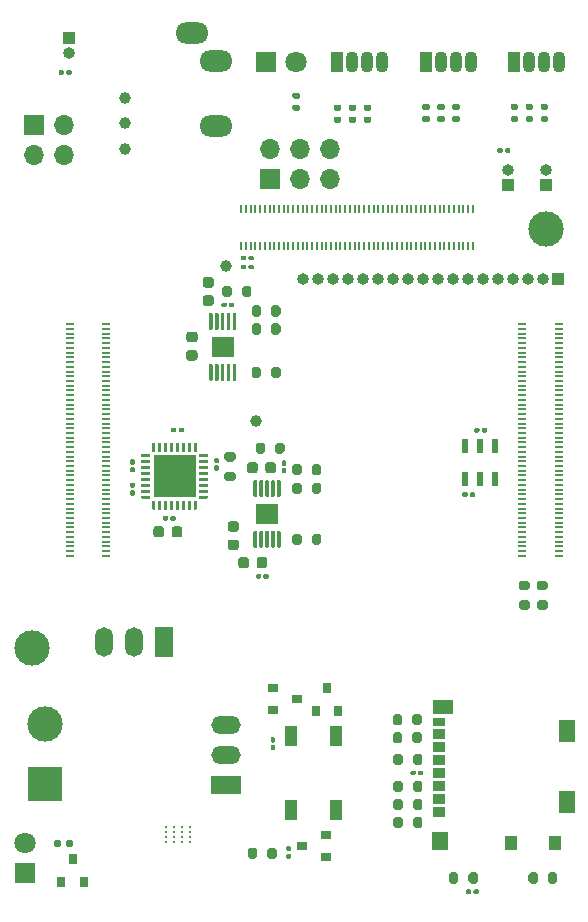
<source format=gts>
G04 #@! TF.GenerationSoftware,KiCad,Pcbnew,5.1.10*
G04 #@! TF.CreationDate,2021-08-05T15:26:38-04:00*
G04 #@! TF.ProjectId,mist-eeg,6d697374-2d65-4656-972e-6b696361645f,1E*
G04 #@! TF.SameCoordinates,Original*
G04 #@! TF.FileFunction,Soldermask,Top*
G04 #@! TF.FilePolarity,Negative*
%FSLAX46Y46*%
G04 Gerber Fmt 4.6, Leading zero omitted, Abs format (unit mm)*
G04 Created by KiCad (PCBNEW 5.1.10) date 2021-08-05 15:26:38*
%MOMM*%
%LPD*%
G01*
G04 APERTURE LIST*
%ADD10O,1.500000X2.500000*%
%ADD11R,1.500000X2.500000*%
%ADD12O,2.500000X1.500000*%
%ADD13R,2.500000X1.500000*%
%ADD14R,3.600000X3.600000*%
%ADD15O,1.700000X1.700000*%
%ADD16R,1.700000X1.700000*%
%ADD17R,1.350000X1.900000*%
%ADD18R,1.000000X1.200000*%
%ADD19R,1.350000X1.550000*%
%ADD20R,1.800000X1.170000*%
%ADD21R,1.100000X0.850000*%
%ADD22R,1.100000X0.750000*%
%ADD23C,3.000000*%
%ADD24R,3.000000X3.000000*%
%ADD25R,0.900000X0.800000*%
%ADD26R,1.000000X1.700000*%
%ADD27R,0.584200X1.295400*%
%ADD28R,0.711200X0.203200*%
%ADD29R,0.203200X0.711200*%
%ADD30O,2.800000X1.800000*%
%ADD31R,0.800000X0.900000*%
%ADD32C,1.800000*%
%ADD33R,1.800000X1.800000*%
%ADD34O,1.000000X1.000000*%
%ADD35R,1.000000X1.000000*%
%ADD36C,0.212500*%
%ADD37R,1.880000X1.680000*%
%ADD38C,1.000000*%
%ADD39O,1.070000X1.800000*%
%ADD40R,1.070000X1.800000*%
G04 APERTURE END LIST*
G36*
G01*
X210647500Y-74355500D02*
X210847500Y-74355500D01*
G75*
G02*
X210947500Y-74455500I0J-100000D01*
G01*
X210947500Y-74715500D01*
G75*
G02*
X210847500Y-74815500I-100000J0D01*
G01*
X210647500Y-74815500D01*
G75*
G02*
X210547500Y-74715500I0J100000D01*
G01*
X210547500Y-74455500D01*
G75*
G02*
X210647500Y-74355500I100000J0D01*
G01*
G37*
G36*
G01*
X210647500Y-73715500D02*
X210847500Y-73715500D01*
G75*
G02*
X210947500Y-73815500I0J-100000D01*
G01*
X210947500Y-74075500D01*
G75*
G02*
X210847500Y-74175500I-100000J0D01*
G01*
X210647500Y-74175500D01*
G75*
G02*
X210547500Y-74075500I0J100000D01*
G01*
X210547500Y-73815500D01*
G75*
G02*
X210647500Y-73715500I100000J0D01*
G01*
G37*
D10*
X208334500Y-87219500D03*
X210874500Y-87219500D03*
D11*
X213414500Y-87219500D03*
D12*
X218621500Y-94204500D03*
X218621500Y-96744500D03*
D13*
X218621500Y-99284500D03*
D14*
X214303500Y-73186000D03*
G36*
G01*
X216416000Y-71311000D02*
X217091000Y-71311000D01*
G75*
G02*
X217153500Y-71373500I0J-62500D01*
G01*
X217153500Y-71498500D01*
G75*
G02*
X217091000Y-71561000I-62500J0D01*
G01*
X216416000Y-71561000D01*
G75*
G02*
X216353500Y-71498500I0J62500D01*
G01*
X216353500Y-71373500D01*
G75*
G02*
X216416000Y-71311000I62500J0D01*
G01*
G37*
G36*
G01*
X216416000Y-71811000D02*
X217091000Y-71811000D01*
G75*
G02*
X217153500Y-71873500I0J-62500D01*
G01*
X217153500Y-71998500D01*
G75*
G02*
X217091000Y-72061000I-62500J0D01*
G01*
X216416000Y-72061000D01*
G75*
G02*
X216353500Y-71998500I0J62500D01*
G01*
X216353500Y-71873500D01*
G75*
G02*
X216416000Y-71811000I62500J0D01*
G01*
G37*
G36*
G01*
X216416000Y-72311000D02*
X217091000Y-72311000D01*
G75*
G02*
X217153500Y-72373500I0J-62500D01*
G01*
X217153500Y-72498500D01*
G75*
G02*
X217091000Y-72561000I-62500J0D01*
G01*
X216416000Y-72561000D01*
G75*
G02*
X216353500Y-72498500I0J62500D01*
G01*
X216353500Y-72373500D01*
G75*
G02*
X216416000Y-72311000I62500J0D01*
G01*
G37*
G36*
G01*
X216416000Y-72811000D02*
X217091000Y-72811000D01*
G75*
G02*
X217153500Y-72873500I0J-62500D01*
G01*
X217153500Y-72998500D01*
G75*
G02*
X217091000Y-73061000I-62500J0D01*
G01*
X216416000Y-73061000D01*
G75*
G02*
X216353500Y-72998500I0J62500D01*
G01*
X216353500Y-72873500D01*
G75*
G02*
X216416000Y-72811000I62500J0D01*
G01*
G37*
G36*
G01*
X216416000Y-73311000D02*
X217091000Y-73311000D01*
G75*
G02*
X217153500Y-73373500I0J-62500D01*
G01*
X217153500Y-73498500D01*
G75*
G02*
X217091000Y-73561000I-62500J0D01*
G01*
X216416000Y-73561000D01*
G75*
G02*
X216353500Y-73498500I0J62500D01*
G01*
X216353500Y-73373500D01*
G75*
G02*
X216416000Y-73311000I62500J0D01*
G01*
G37*
G36*
G01*
X216416000Y-73811000D02*
X217091000Y-73811000D01*
G75*
G02*
X217153500Y-73873500I0J-62500D01*
G01*
X217153500Y-73998500D01*
G75*
G02*
X217091000Y-74061000I-62500J0D01*
G01*
X216416000Y-74061000D01*
G75*
G02*
X216353500Y-73998500I0J62500D01*
G01*
X216353500Y-73873500D01*
G75*
G02*
X216416000Y-73811000I62500J0D01*
G01*
G37*
G36*
G01*
X216416000Y-74311000D02*
X217091000Y-74311000D01*
G75*
G02*
X217153500Y-74373500I0J-62500D01*
G01*
X217153500Y-74498500D01*
G75*
G02*
X217091000Y-74561000I-62500J0D01*
G01*
X216416000Y-74561000D01*
G75*
G02*
X216353500Y-74498500I0J62500D01*
G01*
X216353500Y-74373500D01*
G75*
G02*
X216416000Y-74311000I62500J0D01*
G01*
G37*
G36*
G01*
X216416000Y-74811000D02*
X217091000Y-74811000D01*
G75*
G02*
X217153500Y-74873500I0J-62500D01*
G01*
X217153500Y-74998500D01*
G75*
G02*
X217091000Y-75061000I-62500J0D01*
G01*
X216416000Y-75061000D01*
G75*
G02*
X216353500Y-74998500I0J62500D01*
G01*
X216353500Y-74873500D01*
G75*
G02*
X216416000Y-74811000I62500J0D01*
G01*
G37*
G36*
G01*
X215991000Y-75236000D02*
X216116000Y-75236000D01*
G75*
G02*
X216178500Y-75298500I0J-62500D01*
G01*
X216178500Y-75973500D01*
G75*
G02*
X216116000Y-76036000I-62500J0D01*
G01*
X215991000Y-76036000D01*
G75*
G02*
X215928500Y-75973500I0J62500D01*
G01*
X215928500Y-75298500D01*
G75*
G02*
X215991000Y-75236000I62500J0D01*
G01*
G37*
G36*
G01*
X215491000Y-75236000D02*
X215616000Y-75236000D01*
G75*
G02*
X215678500Y-75298500I0J-62500D01*
G01*
X215678500Y-75973500D01*
G75*
G02*
X215616000Y-76036000I-62500J0D01*
G01*
X215491000Y-76036000D01*
G75*
G02*
X215428500Y-75973500I0J62500D01*
G01*
X215428500Y-75298500D01*
G75*
G02*
X215491000Y-75236000I62500J0D01*
G01*
G37*
G36*
G01*
X214991000Y-75236000D02*
X215116000Y-75236000D01*
G75*
G02*
X215178500Y-75298500I0J-62500D01*
G01*
X215178500Y-75973500D01*
G75*
G02*
X215116000Y-76036000I-62500J0D01*
G01*
X214991000Y-76036000D01*
G75*
G02*
X214928500Y-75973500I0J62500D01*
G01*
X214928500Y-75298500D01*
G75*
G02*
X214991000Y-75236000I62500J0D01*
G01*
G37*
G36*
G01*
X214491000Y-75236000D02*
X214616000Y-75236000D01*
G75*
G02*
X214678500Y-75298500I0J-62500D01*
G01*
X214678500Y-75973500D01*
G75*
G02*
X214616000Y-76036000I-62500J0D01*
G01*
X214491000Y-76036000D01*
G75*
G02*
X214428500Y-75973500I0J62500D01*
G01*
X214428500Y-75298500D01*
G75*
G02*
X214491000Y-75236000I62500J0D01*
G01*
G37*
G36*
G01*
X213991000Y-75236000D02*
X214116000Y-75236000D01*
G75*
G02*
X214178500Y-75298500I0J-62500D01*
G01*
X214178500Y-75973500D01*
G75*
G02*
X214116000Y-76036000I-62500J0D01*
G01*
X213991000Y-76036000D01*
G75*
G02*
X213928500Y-75973500I0J62500D01*
G01*
X213928500Y-75298500D01*
G75*
G02*
X213991000Y-75236000I62500J0D01*
G01*
G37*
G36*
G01*
X213491000Y-75236000D02*
X213616000Y-75236000D01*
G75*
G02*
X213678500Y-75298500I0J-62500D01*
G01*
X213678500Y-75973500D01*
G75*
G02*
X213616000Y-76036000I-62500J0D01*
G01*
X213491000Y-76036000D01*
G75*
G02*
X213428500Y-75973500I0J62500D01*
G01*
X213428500Y-75298500D01*
G75*
G02*
X213491000Y-75236000I62500J0D01*
G01*
G37*
G36*
G01*
X212991000Y-75236000D02*
X213116000Y-75236000D01*
G75*
G02*
X213178500Y-75298500I0J-62500D01*
G01*
X213178500Y-75973500D01*
G75*
G02*
X213116000Y-76036000I-62500J0D01*
G01*
X212991000Y-76036000D01*
G75*
G02*
X212928500Y-75973500I0J62500D01*
G01*
X212928500Y-75298500D01*
G75*
G02*
X212991000Y-75236000I62500J0D01*
G01*
G37*
G36*
G01*
X212491000Y-75236000D02*
X212616000Y-75236000D01*
G75*
G02*
X212678500Y-75298500I0J-62500D01*
G01*
X212678500Y-75973500D01*
G75*
G02*
X212616000Y-76036000I-62500J0D01*
G01*
X212491000Y-76036000D01*
G75*
G02*
X212428500Y-75973500I0J62500D01*
G01*
X212428500Y-75298500D01*
G75*
G02*
X212491000Y-75236000I62500J0D01*
G01*
G37*
G36*
G01*
X211516000Y-74811000D02*
X212191000Y-74811000D01*
G75*
G02*
X212253500Y-74873500I0J-62500D01*
G01*
X212253500Y-74998500D01*
G75*
G02*
X212191000Y-75061000I-62500J0D01*
G01*
X211516000Y-75061000D01*
G75*
G02*
X211453500Y-74998500I0J62500D01*
G01*
X211453500Y-74873500D01*
G75*
G02*
X211516000Y-74811000I62500J0D01*
G01*
G37*
G36*
G01*
X211516000Y-74311000D02*
X212191000Y-74311000D01*
G75*
G02*
X212253500Y-74373500I0J-62500D01*
G01*
X212253500Y-74498500D01*
G75*
G02*
X212191000Y-74561000I-62500J0D01*
G01*
X211516000Y-74561000D01*
G75*
G02*
X211453500Y-74498500I0J62500D01*
G01*
X211453500Y-74373500D01*
G75*
G02*
X211516000Y-74311000I62500J0D01*
G01*
G37*
G36*
G01*
X211516000Y-73811000D02*
X212191000Y-73811000D01*
G75*
G02*
X212253500Y-73873500I0J-62500D01*
G01*
X212253500Y-73998500D01*
G75*
G02*
X212191000Y-74061000I-62500J0D01*
G01*
X211516000Y-74061000D01*
G75*
G02*
X211453500Y-73998500I0J62500D01*
G01*
X211453500Y-73873500D01*
G75*
G02*
X211516000Y-73811000I62500J0D01*
G01*
G37*
G36*
G01*
X211516000Y-73311000D02*
X212191000Y-73311000D01*
G75*
G02*
X212253500Y-73373500I0J-62500D01*
G01*
X212253500Y-73498500D01*
G75*
G02*
X212191000Y-73561000I-62500J0D01*
G01*
X211516000Y-73561000D01*
G75*
G02*
X211453500Y-73498500I0J62500D01*
G01*
X211453500Y-73373500D01*
G75*
G02*
X211516000Y-73311000I62500J0D01*
G01*
G37*
G36*
G01*
X211516000Y-72811000D02*
X212191000Y-72811000D01*
G75*
G02*
X212253500Y-72873500I0J-62500D01*
G01*
X212253500Y-72998500D01*
G75*
G02*
X212191000Y-73061000I-62500J0D01*
G01*
X211516000Y-73061000D01*
G75*
G02*
X211453500Y-72998500I0J62500D01*
G01*
X211453500Y-72873500D01*
G75*
G02*
X211516000Y-72811000I62500J0D01*
G01*
G37*
G36*
G01*
X211516000Y-72311000D02*
X212191000Y-72311000D01*
G75*
G02*
X212253500Y-72373500I0J-62500D01*
G01*
X212253500Y-72498500D01*
G75*
G02*
X212191000Y-72561000I-62500J0D01*
G01*
X211516000Y-72561000D01*
G75*
G02*
X211453500Y-72498500I0J62500D01*
G01*
X211453500Y-72373500D01*
G75*
G02*
X211516000Y-72311000I62500J0D01*
G01*
G37*
G36*
G01*
X211516000Y-71811000D02*
X212191000Y-71811000D01*
G75*
G02*
X212253500Y-71873500I0J-62500D01*
G01*
X212253500Y-71998500D01*
G75*
G02*
X212191000Y-72061000I-62500J0D01*
G01*
X211516000Y-72061000D01*
G75*
G02*
X211453500Y-71998500I0J62500D01*
G01*
X211453500Y-71873500D01*
G75*
G02*
X211516000Y-71811000I62500J0D01*
G01*
G37*
G36*
G01*
X211516000Y-71311000D02*
X212191000Y-71311000D01*
G75*
G02*
X212253500Y-71373500I0J-62500D01*
G01*
X212253500Y-71498500D01*
G75*
G02*
X212191000Y-71561000I-62500J0D01*
G01*
X211516000Y-71561000D01*
G75*
G02*
X211453500Y-71498500I0J62500D01*
G01*
X211453500Y-71373500D01*
G75*
G02*
X211516000Y-71311000I62500J0D01*
G01*
G37*
G36*
G01*
X212491000Y-70336000D02*
X212616000Y-70336000D01*
G75*
G02*
X212678500Y-70398500I0J-62500D01*
G01*
X212678500Y-71073500D01*
G75*
G02*
X212616000Y-71136000I-62500J0D01*
G01*
X212491000Y-71136000D01*
G75*
G02*
X212428500Y-71073500I0J62500D01*
G01*
X212428500Y-70398500D01*
G75*
G02*
X212491000Y-70336000I62500J0D01*
G01*
G37*
G36*
G01*
X212991000Y-70336000D02*
X213116000Y-70336000D01*
G75*
G02*
X213178500Y-70398500I0J-62500D01*
G01*
X213178500Y-71073500D01*
G75*
G02*
X213116000Y-71136000I-62500J0D01*
G01*
X212991000Y-71136000D01*
G75*
G02*
X212928500Y-71073500I0J62500D01*
G01*
X212928500Y-70398500D01*
G75*
G02*
X212991000Y-70336000I62500J0D01*
G01*
G37*
G36*
G01*
X213491000Y-70336000D02*
X213616000Y-70336000D01*
G75*
G02*
X213678500Y-70398500I0J-62500D01*
G01*
X213678500Y-71073500D01*
G75*
G02*
X213616000Y-71136000I-62500J0D01*
G01*
X213491000Y-71136000D01*
G75*
G02*
X213428500Y-71073500I0J62500D01*
G01*
X213428500Y-70398500D01*
G75*
G02*
X213491000Y-70336000I62500J0D01*
G01*
G37*
G36*
G01*
X213991000Y-70336000D02*
X214116000Y-70336000D01*
G75*
G02*
X214178500Y-70398500I0J-62500D01*
G01*
X214178500Y-71073500D01*
G75*
G02*
X214116000Y-71136000I-62500J0D01*
G01*
X213991000Y-71136000D01*
G75*
G02*
X213928500Y-71073500I0J62500D01*
G01*
X213928500Y-70398500D01*
G75*
G02*
X213991000Y-70336000I62500J0D01*
G01*
G37*
G36*
G01*
X214491000Y-70336000D02*
X214616000Y-70336000D01*
G75*
G02*
X214678500Y-70398500I0J-62500D01*
G01*
X214678500Y-71073500D01*
G75*
G02*
X214616000Y-71136000I-62500J0D01*
G01*
X214491000Y-71136000D01*
G75*
G02*
X214428500Y-71073500I0J62500D01*
G01*
X214428500Y-70398500D01*
G75*
G02*
X214491000Y-70336000I62500J0D01*
G01*
G37*
G36*
G01*
X214991000Y-70336000D02*
X215116000Y-70336000D01*
G75*
G02*
X215178500Y-70398500I0J-62500D01*
G01*
X215178500Y-71073500D01*
G75*
G02*
X215116000Y-71136000I-62500J0D01*
G01*
X214991000Y-71136000D01*
G75*
G02*
X214928500Y-71073500I0J62500D01*
G01*
X214928500Y-70398500D01*
G75*
G02*
X214991000Y-70336000I62500J0D01*
G01*
G37*
G36*
G01*
X215491000Y-70336000D02*
X215616000Y-70336000D01*
G75*
G02*
X215678500Y-70398500I0J-62500D01*
G01*
X215678500Y-71073500D01*
G75*
G02*
X215616000Y-71136000I-62500J0D01*
G01*
X215491000Y-71136000D01*
G75*
G02*
X215428500Y-71073500I0J62500D01*
G01*
X215428500Y-70398500D01*
G75*
G02*
X215491000Y-70336000I62500J0D01*
G01*
G37*
G36*
G01*
X215991000Y-70336000D02*
X216116000Y-70336000D01*
G75*
G02*
X216178500Y-70398500I0J-62500D01*
G01*
X216178500Y-71073500D01*
G75*
G02*
X216116000Y-71136000I-62500J0D01*
G01*
X215991000Y-71136000D01*
G75*
G02*
X215928500Y-71073500I0J62500D01*
G01*
X215928500Y-70398500D01*
G75*
G02*
X215991000Y-70336000I62500J0D01*
G01*
G37*
D15*
X204905500Y-46008000D03*
X202365500Y-46008000D03*
X204905500Y-43468000D03*
D16*
X202365500Y-43468000D03*
G36*
G01*
X219277500Y-71935500D02*
X218727500Y-71935500D01*
G75*
G02*
X218527500Y-71735500I0J200000D01*
G01*
X218527500Y-71335500D01*
G75*
G02*
X218727500Y-71135500I200000J0D01*
G01*
X219277500Y-71135500D01*
G75*
G02*
X219477500Y-71335500I0J-200000D01*
G01*
X219477500Y-71735500D01*
G75*
G02*
X219277500Y-71935500I-200000J0D01*
G01*
G37*
G36*
G01*
X219277500Y-73585500D02*
X218727500Y-73585500D01*
G75*
G02*
X218527500Y-73385500I0J200000D01*
G01*
X218527500Y-72985500D01*
G75*
G02*
X218727500Y-72785500I200000J0D01*
G01*
X219277500Y-72785500D01*
G75*
G02*
X219477500Y-72985500I0J-200000D01*
G01*
X219477500Y-73385500D01*
G75*
G02*
X219277500Y-73585500I-200000J0D01*
G01*
G37*
D17*
X247500500Y-94758500D03*
X247500500Y-100728500D03*
D18*
X242825500Y-104228500D03*
X246525500Y-104228500D03*
D19*
X236800500Y-104053500D03*
D20*
X237025500Y-92733500D03*
D21*
X236675500Y-94993500D03*
X236675500Y-96093500D03*
X236675500Y-97193500D03*
X236675500Y-98293500D03*
X236675500Y-99393500D03*
X236675500Y-100493500D03*
D22*
X236675500Y-93943500D03*
D21*
X236675500Y-101593500D03*
D23*
X203327000Y-94170500D03*
D24*
X203327000Y-99250500D03*
G36*
G01*
X222731000Y-95731500D02*
X222531000Y-95731500D01*
G75*
G02*
X222431000Y-95631500I0J100000D01*
G01*
X222431000Y-95371500D01*
G75*
G02*
X222531000Y-95271500I100000J0D01*
G01*
X222731000Y-95271500D01*
G75*
G02*
X222831000Y-95371500I0J-100000D01*
G01*
X222831000Y-95631500D01*
G75*
G02*
X222731000Y-95731500I-100000J0D01*
G01*
G37*
G36*
G01*
X222731000Y-96371500D02*
X222531000Y-96371500D01*
G75*
G02*
X222431000Y-96271500I0J100000D01*
G01*
X222431000Y-96011500D01*
G75*
G02*
X222531000Y-95911500I100000J0D01*
G01*
X222731000Y-95911500D01*
G75*
G02*
X222831000Y-96011500I0J-100000D01*
G01*
X222831000Y-96271500D01*
G75*
G02*
X222731000Y-96371500I-100000J0D01*
G01*
G37*
D25*
X224647000Y-92011500D03*
X222647000Y-92961500D03*
X222647000Y-91061500D03*
G36*
G01*
X221994500Y-72703500D02*
X221994500Y-72203500D01*
G75*
G02*
X222219500Y-71978500I225000J0D01*
G01*
X222669500Y-71978500D01*
G75*
G02*
X222894500Y-72203500I0J-225000D01*
G01*
X222894500Y-72703500D01*
G75*
G02*
X222669500Y-72928500I-225000J0D01*
G01*
X222219500Y-72928500D01*
G75*
G02*
X221994500Y-72703500I0J225000D01*
G01*
G37*
G36*
G01*
X220444500Y-72703500D02*
X220444500Y-72203500D01*
G75*
G02*
X220669500Y-71978500I225000J0D01*
G01*
X221119500Y-71978500D01*
G75*
G02*
X221344500Y-72203500I0J-225000D01*
G01*
X221344500Y-72703500D01*
G75*
G02*
X221119500Y-72928500I-225000J0D01*
G01*
X220669500Y-72928500D01*
G75*
G02*
X220444500Y-72703500I0J225000D01*
G01*
G37*
G36*
G01*
X217411000Y-57206000D02*
X216911000Y-57206000D01*
G75*
G02*
X216686000Y-56981000I0J225000D01*
G01*
X216686000Y-56531000D01*
G75*
G02*
X216911000Y-56306000I225000J0D01*
G01*
X217411000Y-56306000D01*
G75*
G02*
X217636000Y-56531000I0J-225000D01*
G01*
X217636000Y-56981000D01*
G75*
G02*
X217411000Y-57206000I-225000J0D01*
G01*
G37*
G36*
G01*
X217411000Y-58756000D02*
X216911000Y-58756000D01*
G75*
G02*
X216686000Y-58531000I0J225000D01*
G01*
X216686000Y-58081000D01*
G75*
G02*
X216911000Y-57856000I225000J0D01*
G01*
X217411000Y-57856000D01*
G75*
G02*
X217636000Y-58081000I0J-225000D01*
G01*
X217636000Y-58531000D01*
G75*
G02*
X217411000Y-58756000I-225000J0D01*
G01*
G37*
G36*
G01*
X220604200Y-80242600D02*
X220604200Y-80742600D01*
G75*
G02*
X220379200Y-80967600I-225000J0D01*
G01*
X219929200Y-80967600D01*
G75*
G02*
X219704200Y-80742600I0J225000D01*
G01*
X219704200Y-80242600D01*
G75*
G02*
X219929200Y-80017600I225000J0D01*
G01*
X220379200Y-80017600D01*
G75*
G02*
X220604200Y-80242600I0J-225000D01*
G01*
G37*
G36*
G01*
X222154200Y-80242600D02*
X222154200Y-80742600D01*
G75*
G02*
X221929200Y-80967600I-225000J0D01*
G01*
X221479200Y-80967600D01*
G75*
G02*
X221254200Y-80742600I0J225000D01*
G01*
X221254200Y-80242600D01*
G75*
G02*
X221479200Y-80017600I225000J0D01*
G01*
X221929200Y-80017600D01*
G75*
G02*
X222154200Y-80242600I0J-225000D01*
G01*
G37*
G36*
G01*
X216023000Y-61841500D02*
X215523000Y-61841500D01*
G75*
G02*
X215298000Y-61616500I0J225000D01*
G01*
X215298000Y-61166500D01*
G75*
G02*
X215523000Y-60941500I225000J0D01*
G01*
X216023000Y-60941500D01*
G75*
G02*
X216248000Y-61166500I0J-225000D01*
G01*
X216248000Y-61616500D01*
G75*
G02*
X216023000Y-61841500I-225000J0D01*
G01*
G37*
G36*
G01*
X216023000Y-63391500D02*
X215523000Y-63391500D01*
G75*
G02*
X215298000Y-63166500I0J225000D01*
G01*
X215298000Y-62716500D01*
G75*
G02*
X215523000Y-62491500I225000J0D01*
G01*
X216023000Y-62491500D01*
G75*
G02*
X216248000Y-62716500I0J-225000D01*
G01*
X216248000Y-63166500D01*
G75*
G02*
X216023000Y-63391500I-225000J0D01*
G01*
G37*
D26*
X224160000Y-101448000D03*
X224160000Y-95148000D03*
X227960000Y-101448000D03*
X227960000Y-95148000D03*
D27*
X238887000Y-70650100D03*
X240157000Y-70650100D03*
X241427000Y-70650100D03*
X241427000Y-73367900D03*
X240157000Y-73367900D03*
X238887000Y-73367900D03*
D28*
X243740001Y-79909998D03*
X246819999Y-79909998D03*
X243740001Y-79509999D03*
X246819999Y-79509999D03*
X243740001Y-79110000D03*
X246819999Y-79110000D03*
X243740001Y-78709998D03*
X246819999Y-78709998D03*
X243740001Y-78309999D03*
X246819999Y-78309999D03*
X243740001Y-77910000D03*
X246819999Y-77910000D03*
X243740001Y-77510000D03*
X246819999Y-77510000D03*
X243740001Y-77109999D03*
X246819999Y-77109999D03*
X243740001Y-76709999D03*
X246819999Y-76709999D03*
X243740001Y-76310000D03*
X246819999Y-76310000D03*
X243740001Y-75909999D03*
X246819999Y-75909999D03*
X243740001Y-75509999D03*
X246819999Y-75509999D03*
X243740001Y-75110000D03*
X246819999Y-75110000D03*
X243740001Y-74709998D03*
X246819999Y-74709998D03*
X243740001Y-74309999D03*
X246819999Y-74309999D03*
X243740001Y-73910000D03*
X246819999Y-73910000D03*
X243740001Y-73510001D03*
X246819999Y-73510001D03*
X243740001Y-73109999D03*
X246819999Y-73109999D03*
X243740001Y-72710000D03*
X246819999Y-72710000D03*
X243740001Y-72310001D03*
X246819999Y-72310001D03*
X243740001Y-71909999D03*
X246819999Y-71909999D03*
X243740001Y-71510000D03*
X246819999Y-71510000D03*
X243740001Y-71110001D03*
X246819999Y-71110001D03*
X243740001Y-70710001D03*
X246819999Y-70710001D03*
X243740001Y-70310000D03*
X246819999Y-70310000D03*
X243740001Y-69910000D03*
X246819999Y-69910000D03*
X243740001Y-69510001D03*
X246819999Y-69510001D03*
X243740001Y-69109999D03*
X246819999Y-69109999D03*
X243740001Y-68710000D03*
X246819999Y-68710000D03*
X243740001Y-68310001D03*
X246819999Y-68310001D03*
X243740001Y-67909999D03*
X246819999Y-67909999D03*
X243740001Y-67510000D03*
X246819999Y-67510000D03*
X243740001Y-67110001D03*
X246819999Y-67110001D03*
X243740001Y-66710002D03*
X246819999Y-66710002D03*
X243740001Y-66310000D03*
X246819999Y-66310000D03*
X243740001Y-65910001D03*
X246819999Y-65910001D03*
X243740001Y-65510002D03*
X246819999Y-65510002D03*
X243740001Y-65110000D03*
X246819999Y-65110000D03*
X243740001Y-64710001D03*
X246819999Y-64710001D03*
X243740001Y-64310001D03*
X246819999Y-64310001D03*
X243740001Y-63910000D03*
X246819999Y-63910000D03*
X243740001Y-63510001D03*
X246819999Y-63510001D03*
X243740001Y-63110001D03*
X246819999Y-63110001D03*
X243740001Y-62710002D03*
X246819999Y-62710002D03*
X243740001Y-62310000D03*
X246819999Y-62310000D03*
X243740001Y-61910001D03*
X246819999Y-61910001D03*
X243740001Y-61510002D03*
X246819999Y-61510002D03*
X243740001Y-61110000D03*
X246819999Y-61110000D03*
X243740001Y-60710001D03*
X246819999Y-60710001D03*
X243740001Y-60310002D03*
X246819999Y-60310002D03*
D29*
X219950002Y-50590001D03*
X219950002Y-53669999D03*
X220350001Y-50590001D03*
X220350001Y-53669999D03*
X220750000Y-50590001D03*
X220750000Y-53669999D03*
X221150002Y-50590001D03*
X221150002Y-53669999D03*
X221550001Y-50590001D03*
X221550001Y-53669999D03*
X221950000Y-50590001D03*
X221950000Y-53669999D03*
X222350000Y-50590001D03*
X222350000Y-53669999D03*
X222750001Y-50590001D03*
X222750001Y-53669999D03*
X223150001Y-50590001D03*
X223150001Y-53669999D03*
X223550000Y-50590001D03*
X223550000Y-53669999D03*
X223950001Y-50590001D03*
X223950001Y-53669999D03*
X224350001Y-50590001D03*
X224350001Y-53669999D03*
X224750000Y-50590001D03*
X224750000Y-53669999D03*
X225150002Y-50590001D03*
X225150002Y-53669999D03*
X225550001Y-50590001D03*
X225550001Y-53669999D03*
X225950000Y-50590001D03*
X225950000Y-53669999D03*
X226349999Y-50590001D03*
X226349999Y-53669999D03*
X226750001Y-50590001D03*
X226750001Y-53669999D03*
X227150000Y-50590001D03*
X227150000Y-53669999D03*
X227549999Y-50590001D03*
X227549999Y-53669999D03*
X227950001Y-50590001D03*
X227950001Y-53669999D03*
X228350000Y-50590001D03*
X228350000Y-53669999D03*
X228749999Y-50590001D03*
X228749999Y-53669999D03*
X229149999Y-50590001D03*
X229149999Y-53669999D03*
X229550000Y-50590001D03*
X229550000Y-53669999D03*
X229950000Y-50590001D03*
X229950000Y-53669999D03*
X230349999Y-50590001D03*
X230349999Y-53669999D03*
X230750001Y-50590001D03*
X230750001Y-53669999D03*
X231150000Y-50590001D03*
X231150000Y-53669999D03*
X231549999Y-50590001D03*
X231549999Y-53669999D03*
X231950001Y-50590001D03*
X231950001Y-53669999D03*
X232350000Y-50590001D03*
X232350000Y-53669999D03*
X232749999Y-50590001D03*
X232749999Y-53669999D03*
X233149998Y-50590001D03*
X233149998Y-53669999D03*
X233550000Y-50590001D03*
X233550000Y-53669999D03*
X233949999Y-50590001D03*
X233949999Y-53669999D03*
X234349998Y-50590001D03*
X234349998Y-53669999D03*
X234750000Y-50590001D03*
X234750000Y-53669999D03*
X235149999Y-50590001D03*
X235149999Y-53669999D03*
X235549999Y-50590001D03*
X235549999Y-53669999D03*
X235950000Y-50590001D03*
X235950000Y-53669999D03*
X236349999Y-50590001D03*
X236349999Y-53669999D03*
X236749999Y-50590001D03*
X236749999Y-53669999D03*
X237149998Y-50590001D03*
X237149998Y-53669999D03*
X237550000Y-50590001D03*
X237550000Y-53669999D03*
X237949999Y-50590001D03*
X237949999Y-53669999D03*
X238349998Y-50590001D03*
X238349998Y-53669999D03*
X238750000Y-50590001D03*
X238750000Y-53669999D03*
X239149999Y-50590001D03*
X239149999Y-53669999D03*
X239549998Y-50590001D03*
X239549998Y-53669999D03*
D28*
X205440001Y-79909998D03*
X208519999Y-79909998D03*
X205440001Y-79509999D03*
X208519999Y-79509999D03*
X205440001Y-79110000D03*
X208519999Y-79110000D03*
X205440001Y-78709998D03*
X208519999Y-78709998D03*
X205440001Y-78309999D03*
X208519999Y-78309999D03*
X205440001Y-77910000D03*
X208519999Y-77910000D03*
X205440001Y-77510000D03*
X208519999Y-77510000D03*
X205440001Y-77109999D03*
X208519999Y-77109999D03*
X205440001Y-76709999D03*
X208519999Y-76709999D03*
X205440001Y-76310000D03*
X208519999Y-76310000D03*
X205440001Y-75909999D03*
X208519999Y-75909999D03*
X205440001Y-75509999D03*
X208519999Y-75509999D03*
X205440001Y-75110000D03*
X208519999Y-75110000D03*
X205440001Y-74709998D03*
X208519999Y-74709998D03*
X205440001Y-74309999D03*
X208519999Y-74309999D03*
X205440001Y-73910000D03*
X208519999Y-73910000D03*
X205440001Y-73510001D03*
X208519999Y-73510001D03*
X205440001Y-73109999D03*
X208519999Y-73109999D03*
X205440001Y-72710000D03*
X208519999Y-72710000D03*
X205440001Y-72310001D03*
X208519999Y-72310001D03*
X205440001Y-71909999D03*
X208519999Y-71909999D03*
X205440001Y-71510000D03*
X208519999Y-71510000D03*
X205440001Y-71110001D03*
X208519999Y-71110001D03*
X205440001Y-70710001D03*
X208519999Y-70710001D03*
X205440001Y-70310000D03*
X208519999Y-70310000D03*
X205440001Y-69910000D03*
X208519999Y-69910000D03*
X205440001Y-69510001D03*
X208519999Y-69510001D03*
X205440001Y-69109999D03*
X208519999Y-69109999D03*
X205440001Y-68710000D03*
X208519999Y-68710000D03*
X205440001Y-68310001D03*
X208519999Y-68310001D03*
X205440001Y-67909999D03*
X208519999Y-67909999D03*
X205440001Y-67510000D03*
X208519999Y-67510000D03*
X205440001Y-67110001D03*
X208519999Y-67110001D03*
X205440001Y-66710002D03*
X208519999Y-66710002D03*
X205440001Y-66310000D03*
X208519999Y-66310000D03*
X205440001Y-65910001D03*
X208519999Y-65910001D03*
X205440001Y-65510002D03*
X208519999Y-65510002D03*
X205440001Y-65110000D03*
X208519999Y-65110000D03*
X205440001Y-64710001D03*
X208519999Y-64710001D03*
X205440001Y-64310001D03*
X208519999Y-64310001D03*
X205440001Y-63910000D03*
X208519999Y-63910000D03*
X205440001Y-63510001D03*
X208519999Y-63510001D03*
X205440001Y-63110001D03*
X208519999Y-63110001D03*
X205440001Y-62710002D03*
X208519999Y-62710002D03*
X205440001Y-62310000D03*
X208519999Y-62310000D03*
X205440001Y-61910001D03*
X208519999Y-61910001D03*
X205440001Y-61510002D03*
X208519999Y-61510002D03*
X205440001Y-61110000D03*
X208519999Y-61110000D03*
X205440001Y-60710001D03*
X208519999Y-60710001D03*
X205440001Y-60310002D03*
X208519999Y-60310002D03*
G36*
G01*
X245916000Y-107463000D02*
X245916000Y-106913000D01*
G75*
G02*
X246116000Y-106713000I200000J0D01*
G01*
X246516000Y-106713000D01*
G75*
G02*
X246716000Y-106913000I0J-200000D01*
G01*
X246716000Y-107463000D01*
G75*
G02*
X246516000Y-107663000I-200000J0D01*
G01*
X246116000Y-107663000D01*
G75*
G02*
X245916000Y-107463000I0J200000D01*
G01*
G37*
G36*
G01*
X244266000Y-107463000D02*
X244266000Y-106913000D01*
G75*
G02*
X244466000Y-106713000I200000J0D01*
G01*
X244866000Y-106713000D01*
G75*
G02*
X245066000Y-106913000I0J-200000D01*
G01*
X245066000Y-107463000D01*
G75*
G02*
X244866000Y-107663000I-200000J0D01*
G01*
X244466000Y-107663000D01*
G75*
G02*
X244266000Y-107463000I0J200000D01*
G01*
G37*
D30*
X217773000Y-43523500D03*
X217773000Y-38023500D03*
X215773000Y-35623500D03*
D23*
X245750000Y-52250000D03*
X202250000Y-87750000D03*
G36*
G01*
X204674500Y-104082000D02*
X204674500Y-104452000D01*
G75*
G02*
X204539500Y-104587000I-135000J0D01*
G01*
X204269500Y-104587000D01*
G75*
G02*
X204134500Y-104452000I0J135000D01*
G01*
X204134500Y-104082000D01*
G75*
G02*
X204269500Y-103947000I135000J0D01*
G01*
X204539500Y-103947000D01*
G75*
G02*
X204674500Y-104082000I0J-135000D01*
G01*
G37*
G36*
G01*
X205694500Y-104082000D02*
X205694500Y-104452000D01*
G75*
G02*
X205559500Y-104587000I-135000J0D01*
G01*
X205289500Y-104587000D01*
G75*
G02*
X205154500Y-104452000I0J135000D01*
G01*
X205154500Y-104082000D01*
G75*
G02*
X205289500Y-103947000I135000J0D01*
G01*
X205559500Y-103947000D01*
G75*
G02*
X205694500Y-104082000I0J-135000D01*
G01*
G37*
D31*
X205676500Y-105553000D03*
X206626500Y-107553000D03*
X204726500Y-107553000D03*
D32*
X201612500Y-104267000D03*
D33*
X201612500Y-106807000D03*
D34*
X245745000Y-47244000D03*
D35*
X245745000Y-48514000D03*
G36*
G01*
X239294500Y-74839500D02*
X239294500Y-74639500D01*
G75*
G02*
X239394500Y-74539500I100000J0D01*
G01*
X239654500Y-74539500D01*
G75*
G02*
X239754500Y-74639500I0J-100000D01*
G01*
X239754500Y-74839500D01*
G75*
G02*
X239654500Y-74939500I-100000J0D01*
G01*
X239394500Y-74939500D01*
G75*
G02*
X239294500Y-74839500I0J100000D01*
G01*
G37*
G36*
G01*
X238654500Y-74839500D02*
X238654500Y-74639500D01*
G75*
G02*
X238754500Y-74539500I100000J0D01*
G01*
X239014500Y-74539500D01*
G75*
G02*
X239114500Y-74639500I0J-100000D01*
G01*
X239114500Y-74839500D01*
G75*
G02*
X239014500Y-74939500I-100000J0D01*
G01*
X238754500Y-74939500D01*
G75*
G02*
X238654500Y-74839500I0J100000D01*
G01*
G37*
G36*
G01*
X222167000Y-105367500D02*
X222167000Y-104817500D01*
G75*
G02*
X222367000Y-104617500I200000J0D01*
G01*
X222767000Y-104617500D01*
G75*
G02*
X222967000Y-104817500I0J-200000D01*
G01*
X222967000Y-105367500D01*
G75*
G02*
X222767000Y-105567500I-200000J0D01*
G01*
X222367000Y-105567500D01*
G75*
G02*
X222167000Y-105367500I0J200000D01*
G01*
G37*
G36*
G01*
X220517000Y-105367500D02*
X220517000Y-104817500D01*
G75*
G02*
X220717000Y-104617500I200000J0D01*
G01*
X221117000Y-104617500D01*
G75*
G02*
X221317000Y-104817500I0J-200000D01*
G01*
X221317000Y-105367500D01*
G75*
G02*
X221117000Y-105567500I-200000J0D01*
G01*
X220717000Y-105567500D01*
G75*
G02*
X220517000Y-105367500I0J200000D01*
G01*
G37*
G36*
G01*
X245152500Y-83673500D02*
X245702500Y-83673500D01*
G75*
G02*
X245902500Y-83873500I0J-200000D01*
G01*
X245902500Y-84273500D01*
G75*
G02*
X245702500Y-84473500I-200000J0D01*
G01*
X245152500Y-84473500D01*
G75*
G02*
X244952500Y-84273500I0J200000D01*
G01*
X244952500Y-83873500D01*
G75*
G02*
X245152500Y-83673500I200000J0D01*
G01*
G37*
G36*
G01*
X245152500Y-82023500D02*
X245702500Y-82023500D01*
G75*
G02*
X245902500Y-82223500I0J-200000D01*
G01*
X245902500Y-82623500D01*
G75*
G02*
X245702500Y-82823500I-200000J0D01*
G01*
X245152500Y-82823500D01*
G75*
G02*
X244952500Y-82623500I0J200000D01*
G01*
X244952500Y-82223500D01*
G75*
G02*
X245152500Y-82023500I200000J0D01*
G01*
G37*
G36*
G01*
X243628500Y-83673500D02*
X244178500Y-83673500D01*
G75*
G02*
X244378500Y-83873500I0J-200000D01*
G01*
X244378500Y-84273500D01*
G75*
G02*
X244178500Y-84473500I-200000J0D01*
G01*
X243628500Y-84473500D01*
G75*
G02*
X243428500Y-84273500I0J200000D01*
G01*
X243428500Y-83873500D01*
G75*
G02*
X243628500Y-83673500I200000J0D01*
G01*
G37*
G36*
G01*
X243628500Y-82023500D02*
X244178500Y-82023500D01*
G75*
G02*
X244378500Y-82223500I0J-200000D01*
G01*
X244378500Y-82623500D01*
G75*
G02*
X244178500Y-82823500I-200000J0D01*
G01*
X243628500Y-82823500D01*
G75*
G02*
X243428500Y-82623500I0J200000D01*
G01*
X243428500Y-82223500D01*
G75*
G02*
X243628500Y-82023500I200000J0D01*
G01*
G37*
G36*
G01*
X223864500Y-105119000D02*
X224064500Y-105119000D01*
G75*
G02*
X224164500Y-105219000I0J-100000D01*
G01*
X224164500Y-105479000D01*
G75*
G02*
X224064500Y-105579000I-100000J0D01*
G01*
X223864500Y-105579000D01*
G75*
G02*
X223764500Y-105479000I0J100000D01*
G01*
X223764500Y-105219000D01*
G75*
G02*
X223864500Y-105119000I100000J0D01*
G01*
G37*
G36*
G01*
X223864500Y-104479000D02*
X224064500Y-104479000D01*
G75*
G02*
X224164500Y-104579000I0J-100000D01*
G01*
X224164500Y-104839000D01*
G75*
G02*
X224064500Y-104939000I-100000J0D01*
G01*
X223864500Y-104939000D01*
G75*
G02*
X223764500Y-104839000I0J100000D01*
G01*
X223764500Y-104579000D01*
G75*
G02*
X223864500Y-104479000I100000J0D01*
G01*
G37*
G36*
G01*
X221652000Y-81561000D02*
X221652000Y-81761000D01*
G75*
G02*
X221552000Y-81861000I-100000J0D01*
G01*
X221292000Y-81861000D01*
G75*
G02*
X221192000Y-81761000I0J100000D01*
G01*
X221192000Y-81561000D01*
G75*
G02*
X221292000Y-81461000I100000J0D01*
G01*
X221552000Y-81461000D01*
G75*
G02*
X221652000Y-81561000I0J-100000D01*
G01*
G37*
G36*
G01*
X222292000Y-81561000D02*
X222292000Y-81761000D01*
G75*
G02*
X222192000Y-81861000I-100000J0D01*
G01*
X221932000Y-81861000D01*
G75*
G02*
X221832000Y-81761000I0J100000D01*
G01*
X221832000Y-81561000D01*
G75*
G02*
X221932000Y-81461000I100000J0D01*
G01*
X222192000Y-81461000D01*
G75*
G02*
X222292000Y-81561000I0J-100000D01*
G01*
G37*
D25*
X225123500Y-104457500D03*
X227123500Y-103507500D03*
X227123500Y-105407500D03*
D31*
X227203000Y-91075000D03*
X228153000Y-93075000D03*
X226253000Y-93075000D03*
D15*
X227457000Y-45466000D03*
X227457000Y-48006000D03*
X224917000Y-45466000D03*
X224917000Y-48006000D03*
X222377000Y-45466000D03*
D16*
X222377000Y-48006000D03*
G36*
G01*
X240130500Y-69178500D02*
X240130500Y-69378500D01*
G75*
G02*
X240030500Y-69478500I-100000J0D01*
G01*
X239770500Y-69478500D01*
G75*
G02*
X239670500Y-69378500I0J100000D01*
G01*
X239670500Y-69178500D01*
G75*
G02*
X239770500Y-69078500I100000J0D01*
G01*
X240030500Y-69078500D01*
G75*
G02*
X240130500Y-69178500I0J-100000D01*
G01*
G37*
G36*
G01*
X240770500Y-69178500D02*
X240770500Y-69378500D01*
G75*
G02*
X240670500Y-69478500I-100000J0D01*
G01*
X240410500Y-69478500D01*
G75*
G02*
X240310500Y-69378500I0J100000D01*
G01*
X240310500Y-69178500D01*
G75*
G02*
X240410500Y-69078500I100000J0D01*
G01*
X240670500Y-69078500D01*
G75*
G02*
X240770500Y-69178500I0J-100000D01*
G01*
G37*
D34*
X205359000Y-37338000D03*
D35*
X205359000Y-36068000D03*
G36*
G01*
X204951500Y-38889000D02*
X204951500Y-39089000D01*
G75*
G02*
X204851500Y-39189000I-100000J0D01*
G01*
X204591500Y-39189000D01*
G75*
G02*
X204491500Y-39089000I0J100000D01*
G01*
X204491500Y-38889000D01*
G75*
G02*
X204591500Y-38789000I100000J0D01*
G01*
X204851500Y-38789000D01*
G75*
G02*
X204951500Y-38889000I0J-100000D01*
G01*
G37*
G36*
G01*
X205591500Y-38889000D02*
X205591500Y-39089000D01*
G75*
G02*
X205491500Y-39189000I-100000J0D01*
G01*
X205231500Y-39189000D01*
G75*
G02*
X205131500Y-39089000I0J100000D01*
G01*
X205131500Y-38889000D01*
G75*
G02*
X205231500Y-38789000I100000J0D01*
G01*
X205491500Y-38789000D01*
G75*
G02*
X205591500Y-38889000I0J-100000D01*
G01*
G37*
D36*
X213617500Y-104118500D03*
X213617500Y-103693500D03*
X213617500Y-103268500D03*
X213617500Y-102843500D03*
X214292500Y-104118500D03*
X214292500Y-103693500D03*
X214292500Y-103268500D03*
X214292500Y-102843500D03*
X214967500Y-104118500D03*
X214967500Y-103693500D03*
X214967500Y-103268500D03*
X214967500Y-102843500D03*
X215642500Y-104118500D03*
X215642500Y-103693500D03*
X215642500Y-103268500D03*
X215642500Y-102843500D03*
D34*
X225171000Y-56515000D03*
X226441000Y-56515000D03*
X227711000Y-56515000D03*
X228981000Y-56515000D03*
X230251000Y-56515000D03*
X231521000Y-56515000D03*
X232791000Y-56515000D03*
X234061000Y-56515000D03*
X235331000Y-56515000D03*
X236601000Y-56515000D03*
X237871000Y-56515000D03*
X239141000Y-56515000D03*
X240411000Y-56515000D03*
X241681000Y-56515000D03*
X242951000Y-56515000D03*
X244221000Y-56515000D03*
X245491000Y-56515000D03*
D35*
X246761000Y-56515000D03*
D37*
X222135700Y-76365100D03*
G36*
G01*
X221210700Y-74940100D02*
X221060700Y-74940100D01*
G75*
G02*
X220985700Y-74865100I0J75000D01*
G01*
X220985700Y-73565100D01*
G75*
G02*
X221060700Y-73490100I75000J0D01*
G01*
X221210700Y-73490100D01*
G75*
G02*
X221285700Y-73565100I0J-75000D01*
G01*
X221285700Y-74865100D01*
G75*
G02*
X221210700Y-74940100I-75000J0D01*
G01*
G37*
G36*
G01*
X221710700Y-74940100D02*
X221560700Y-74940100D01*
G75*
G02*
X221485700Y-74865100I0J75000D01*
G01*
X221485700Y-73565100D01*
G75*
G02*
X221560700Y-73490100I75000J0D01*
G01*
X221710700Y-73490100D01*
G75*
G02*
X221785700Y-73565100I0J-75000D01*
G01*
X221785700Y-74865100D01*
G75*
G02*
X221710700Y-74940100I-75000J0D01*
G01*
G37*
G36*
G01*
X222210700Y-74940100D02*
X222060700Y-74940100D01*
G75*
G02*
X221985700Y-74865100I0J75000D01*
G01*
X221985700Y-73565100D01*
G75*
G02*
X222060700Y-73490100I75000J0D01*
G01*
X222210700Y-73490100D01*
G75*
G02*
X222285700Y-73565100I0J-75000D01*
G01*
X222285700Y-74865100D01*
G75*
G02*
X222210700Y-74940100I-75000J0D01*
G01*
G37*
G36*
G01*
X222710700Y-74940100D02*
X222560700Y-74940100D01*
G75*
G02*
X222485700Y-74865100I0J75000D01*
G01*
X222485700Y-73565100D01*
G75*
G02*
X222560700Y-73490100I75000J0D01*
G01*
X222710700Y-73490100D01*
G75*
G02*
X222785700Y-73565100I0J-75000D01*
G01*
X222785700Y-74865100D01*
G75*
G02*
X222710700Y-74940100I-75000J0D01*
G01*
G37*
G36*
G01*
X223210700Y-74940100D02*
X223060700Y-74940100D01*
G75*
G02*
X222985700Y-74865100I0J75000D01*
G01*
X222985700Y-73565100D01*
G75*
G02*
X223060700Y-73490100I75000J0D01*
G01*
X223210700Y-73490100D01*
G75*
G02*
X223285700Y-73565100I0J-75000D01*
G01*
X223285700Y-74865100D01*
G75*
G02*
X223210700Y-74940100I-75000J0D01*
G01*
G37*
G36*
G01*
X223210700Y-79240100D02*
X223060700Y-79240100D01*
G75*
G02*
X222985700Y-79165100I0J75000D01*
G01*
X222985700Y-77865100D01*
G75*
G02*
X223060700Y-77790100I75000J0D01*
G01*
X223210700Y-77790100D01*
G75*
G02*
X223285700Y-77865100I0J-75000D01*
G01*
X223285700Y-79165100D01*
G75*
G02*
X223210700Y-79240100I-75000J0D01*
G01*
G37*
G36*
G01*
X222710700Y-79240100D02*
X222560700Y-79240100D01*
G75*
G02*
X222485700Y-79165100I0J75000D01*
G01*
X222485700Y-77865100D01*
G75*
G02*
X222560700Y-77790100I75000J0D01*
G01*
X222710700Y-77790100D01*
G75*
G02*
X222785700Y-77865100I0J-75000D01*
G01*
X222785700Y-79165100D01*
G75*
G02*
X222710700Y-79240100I-75000J0D01*
G01*
G37*
G36*
G01*
X222210700Y-79240100D02*
X222060700Y-79240100D01*
G75*
G02*
X221985700Y-79165100I0J75000D01*
G01*
X221985700Y-77865100D01*
G75*
G02*
X222060700Y-77790100I75000J0D01*
G01*
X222210700Y-77790100D01*
G75*
G02*
X222285700Y-77865100I0J-75000D01*
G01*
X222285700Y-79165100D01*
G75*
G02*
X222210700Y-79240100I-75000J0D01*
G01*
G37*
G36*
G01*
X221710700Y-79240100D02*
X221560700Y-79240100D01*
G75*
G02*
X221485700Y-79165100I0J75000D01*
G01*
X221485700Y-77865100D01*
G75*
G02*
X221560700Y-77790100I75000J0D01*
G01*
X221710700Y-77790100D01*
G75*
G02*
X221785700Y-77865100I0J-75000D01*
G01*
X221785700Y-79165100D01*
G75*
G02*
X221710700Y-79240100I-75000J0D01*
G01*
G37*
G36*
G01*
X221210700Y-79240100D02*
X221060700Y-79240100D01*
G75*
G02*
X220985700Y-79165100I0J75000D01*
G01*
X220985700Y-77865100D01*
G75*
G02*
X221060700Y-77790100I75000J0D01*
G01*
X221210700Y-77790100D01*
G75*
G02*
X221285700Y-77865100I0J-75000D01*
G01*
X221285700Y-79165100D01*
G75*
G02*
X221210700Y-79240100I-75000J0D01*
G01*
G37*
G36*
G01*
X213769000Y-76642000D02*
X213769000Y-76842000D01*
G75*
G02*
X213669000Y-76942000I-100000J0D01*
G01*
X213409000Y-76942000D01*
G75*
G02*
X213309000Y-76842000I0J100000D01*
G01*
X213309000Y-76642000D01*
G75*
G02*
X213409000Y-76542000I100000J0D01*
G01*
X213669000Y-76542000D01*
G75*
G02*
X213769000Y-76642000I0J-100000D01*
G01*
G37*
G36*
G01*
X214409000Y-76642000D02*
X214409000Y-76842000D01*
G75*
G02*
X214309000Y-76942000I-100000J0D01*
G01*
X214049000Y-76942000D01*
G75*
G02*
X213949000Y-76842000I0J100000D01*
G01*
X213949000Y-76642000D01*
G75*
G02*
X214049000Y-76542000I100000J0D01*
G01*
X214309000Y-76542000D01*
G75*
G02*
X214409000Y-76642000I0J-100000D01*
G01*
G37*
G36*
G01*
X238335000Y-106913000D02*
X238335000Y-107463000D01*
G75*
G02*
X238135000Y-107663000I-200000J0D01*
G01*
X237735000Y-107663000D01*
G75*
G02*
X237535000Y-107463000I0J200000D01*
G01*
X237535000Y-106913000D01*
G75*
G02*
X237735000Y-106713000I200000J0D01*
G01*
X238135000Y-106713000D01*
G75*
G02*
X238335000Y-106913000I0J-200000D01*
G01*
G37*
G36*
G01*
X239985000Y-106913000D02*
X239985000Y-107463000D01*
G75*
G02*
X239785000Y-107663000I-200000J0D01*
G01*
X239385000Y-107663000D01*
G75*
G02*
X239185000Y-107463000I0J200000D01*
G01*
X239185000Y-106913000D01*
G75*
G02*
X239385000Y-106713000I200000J0D01*
G01*
X239785000Y-106713000D01*
G75*
G02*
X239985000Y-106913000I0J-200000D01*
G01*
G37*
G36*
G01*
X233572500Y-93514500D02*
X233572500Y-94064500D01*
G75*
G02*
X233372500Y-94264500I-200000J0D01*
G01*
X232972500Y-94264500D01*
G75*
G02*
X232772500Y-94064500I0J200000D01*
G01*
X232772500Y-93514500D01*
G75*
G02*
X232972500Y-93314500I200000J0D01*
G01*
X233372500Y-93314500D01*
G75*
G02*
X233572500Y-93514500I0J-200000D01*
G01*
G37*
G36*
G01*
X235222500Y-93514500D02*
X235222500Y-94064500D01*
G75*
G02*
X235022500Y-94264500I-200000J0D01*
G01*
X234622500Y-94264500D01*
G75*
G02*
X234422500Y-94064500I0J200000D01*
G01*
X234422500Y-93514500D01*
G75*
G02*
X234622500Y-93314500I200000J0D01*
G01*
X235022500Y-93314500D01*
G75*
G02*
X235222500Y-93514500I0J-200000D01*
G01*
G37*
G36*
G01*
X233572500Y-95038500D02*
X233572500Y-95588500D01*
G75*
G02*
X233372500Y-95788500I-200000J0D01*
G01*
X232972500Y-95788500D01*
G75*
G02*
X232772500Y-95588500I0J200000D01*
G01*
X232772500Y-95038500D01*
G75*
G02*
X232972500Y-94838500I200000J0D01*
G01*
X233372500Y-94838500D01*
G75*
G02*
X233572500Y-95038500I0J-200000D01*
G01*
G37*
G36*
G01*
X235222500Y-95038500D02*
X235222500Y-95588500D01*
G75*
G02*
X235022500Y-95788500I-200000J0D01*
G01*
X234622500Y-95788500D01*
G75*
G02*
X234422500Y-95588500I0J200000D01*
G01*
X234422500Y-95038500D01*
G75*
G02*
X234622500Y-94838500I200000J0D01*
G01*
X235022500Y-94838500D01*
G75*
G02*
X235222500Y-95038500I0J-200000D01*
G01*
G37*
G36*
G01*
X233636000Y-96880000D02*
X233636000Y-97430000D01*
G75*
G02*
X233436000Y-97630000I-200000J0D01*
G01*
X233036000Y-97630000D01*
G75*
G02*
X232836000Y-97430000I0J200000D01*
G01*
X232836000Y-96880000D01*
G75*
G02*
X233036000Y-96680000I200000J0D01*
G01*
X233436000Y-96680000D01*
G75*
G02*
X233636000Y-96880000I0J-200000D01*
G01*
G37*
G36*
G01*
X235286000Y-96880000D02*
X235286000Y-97430000D01*
G75*
G02*
X235086000Y-97630000I-200000J0D01*
G01*
X234686000Y-97630000D01*
G75*
G02*
X234486000Y-97430000I0J200000D01*
G01*
X234486000Y-96880000D01*
G75*
G02*
X234686000Y-96680000I200000J0D01*
G01*
X235086000Y-96680000D01*
G75*
G02*
X235286000Y-96880000I0J-200000D01*
G01*
G37*
G36*
G01*
X233636000Y-99166000D02*
X233636000Y-99716000D01*
G75*
G02*
X233436000Y-99916000I-200000J0D01*
G01*
X233036000Y-99916000D01*
G75*
G02*
X232836000Y-99716000I0J200000D01*
G01*
X232836000Y-99166000D01*
G75*
G02*
X233036000Y-98966000I200000J0D01*
G01*
X233436000Y-98966000D01*
G75*
G02*
X233636000Y-99166000I0J-200000D01*
G01*
G37*
G36*
G01*
X235286000Y-99166000D02*
X235286000Y-99716000D01*
G75*
G02*
X235086000Y-99916000I-200000J0D01*
G01*
X234686000Y-99916000D01*
G75*
G02*
X234486000Y-99716000I0J200000D01*
G01*
X234486000Y-99166000D01*
G75*
G02*
X234686000Y-98966000I200000J0D01*
G01*
X235086000Y-98966000D01*
G75*
G02*
X235286000Y-99166000I0J-200000D01*
G01*
G37*
G36*
G01*
X233636000Y-100690000D02*
X233636000Y-101240000D01*
G75*
G02*
X233436000Y-101440000I-200000J0D01*
G01*
X233036000Y-101440000D01*
G75*
G02*
X232836000Y-101240000I0J200000D01*
G01*
X232836000Y-100690000D01*
G75*
G02*
X233036000Y-100490000I200000J0D01*
G01*
X233436000Y-100490000D01*
G75*
G02*
X233636000Y-100690000I0J-200000D01*
G01*
G37*
G36*
G01*
X235286000Y-100690000D02*
X235286000Y-101240000D01*
G75*
G02*
X235086000Y-101440000I-200000J0D01*
G01*
X234686000Y-101440000D01*
G75*
G02*
X234486000Y-101240000I0J200000D01*
G01*
X234486000Y-100690000D01*
G75*
G02*
X234686000Y-100490000I200000J0D01*
G01*
X235086000Y-100490000D01*
G75*
G02*
X235286000Y-100690000I0J-200000D01*
G01*
G37*
G36*
G01*
X233636000Y-102214000D02*
X233636000Y-102764000D01*
G75*
G02*
X233436000Y-102964000I-200000J0D01*
G01*
X233036000Y-102964000D01*
G75*
G02*
X232836000Y-102764000I0J200000D01*
G01*
X232836000Y-102214000D01*
G75*
G02*
X233036000Y-102014000I200000J0D01*
G01*
X233436000Y-102014000D01*
G75*
G02*
X233636000Y-102214000I0J-200000D01*
G01*
G37*
G36*
G01*
X235286000Y-102214000D02*
X235286000Y-102764000D01*
G75*
G02*
X235086000Y-102964000I-200000J0D01*
G01*
X234686000Y-102964000D01*
G75*
G02*
X234486000Y-102764000I0J200000D01*
G01*
X234486000Y-102214000D01*
G75*
G02*
X234686000Y-102014000I200000J0D01*
G01*
X235086000Y-102014000D01*
G75*
G02*
X235286000Y-102214000I0J-200000D01*
G01*
G37*
G36*
G01*
X222484500Y-60981000D02*
X222484500Y-60431000D01*
G75*
G02*
X222684500Y-60231000I200000J0D01*
G01*
X223084500Y-60231000D01*
G75*
G02*
X223284500Y-60431000I0J-200000D01*
G01*
X223284500Y-60981000D01*
G75*
G02*
X223084500Y-61181000I-200000J0D01*
G01*
X222684500Y-61181000D01*
G75*
G02*
X222484500Y-60981000I0J200000D01*
G01*
G37*
G36*
G01*
X220834500Y-60981000D02*
X220834500Y-60431000D01*
G75*
G02*
X221034500Y-60231000I200000J0D01*
G01*
X221434500Y-60231000D01*
G75*
G02*
X221634500Y-60431000I0J-200000D01*
G01*
X221634500Y-60981000D01*
G75*
G02*
X221434500Y-61181000I-200000J0D01*
G01*
X221034500Y-61181000D01*
G75*
G02*
X220834500Y-60981000I0J200000D01*
G01*
G37*
G36*
G01*
X221634500Y-58907000D02*
X221634500Y-59457000D01*
G75*
G02*
X221434500Y-59657000I-200000J0D01*
G01*
X221034500Y-59657000D01*
G75*
G02*
X220834500Y-59457000I0J200000D01*
G01*
X220834500Y-58907000D01*
G75*
G02*
X221034500Y-58707000I200000J0D01*
G01*
X221434500Y-58707000D01*
G75*
G02*
X221634500Y-58907000I0J-200000D01*
G01*
G37*
G36*
G01*
X223284500Y-58907000D02*
X223284500Y-59457000D01*
G75*
G02*
X223084500Y-59657000I-200000J0D01*
G01*
X222684500Y-59657000D01*
G75*
G02*
X222484500Y-59457000I0J200000D01*
G01*
X222484500Y-58907000D01*
G75*
G02*
X222684500Y-58707000I200000J0D01*
G01*
X223084500Y-58707000D01*
G75*
G02*
X223284500Y-58907000I0J-200000D01*
G01*
G37*
G36*
G01*
X225926200Y-74481100D02*
X225926200Y-73931100D01*
G75*
G02*
X226126200Y-73731100I200000J0D01*
G01*
X226526200Y-73731100D01*
G75*
G02*
X226726200Y-73931100I0J-200000D01*
G01*
X226726200Y-74481100D01*
G75*
G02*
X226526200Y-74681100I-200000J0D01*
G01*
X226126200Y-74681100D01*
G75*
G02*
X225926200Y-74481100I0J200000D01*
G01*
G37*
G36*
G01*
X224276200Y-74481100D02*
X224276200Y-73931100D01*
G75*
G02*
X224476200Y-73731100I200000J0D01*
G01*
X224876200Y-73731100D01*
G75*
G02*
X225076200Y-73931100I0J-200000D01*
G01*
X225076200Y-74481100D01*
G75*
G02*
X224876200Y-74681100I-200000J0D01*
G01*
X224476200Y-74681100D01*
G75*
G02*
X224276200Y-74481100I0J200000D01*
G01*
G37*
G36*
G01*
X225076200Y-72343600D02*
X225076200Y-72893600D01*
G75*
G02*
X224876200Y-73093600I-200000J0D01*
G01*
X224476200Y-73093600D01*
G75*
G02*
X224276200Y-72893600I0J200000D01*
G01*
X224276200Y-72343600D01*
G75*
G02*
X224476200Y-72143600I200000J0D01*
G01*
X224876200Y-72143600D01*
G75*
G02*
X225076200Y-72343600I0J-200000D01*
G01*
G37*
G36*
G01*
X226726200Y-72343600D02*
X226726200Y-72893600D01*
G75*
G02*
X226526200Y-73093600I-200000J0D01*
G01*
X226126200Y-73093600D01*
G75*
G02*
X225926200Y-72893600I0J200000D01*
G01*
X225926200Y-72343600D01*
G75*
G02*
X226126200Y-72143600I200000J0D01*
G01*
X226526200Y-72143600D01*
G75*
G02*
X226726200Y-72343600I0J-200000D01*
G01*
G37*
G36*
G01*
X222484500Y-64664000D02*
X222484500Y-64114000D01*
G75*
G02*
X222684500Y-63914000I200000J0D01*
G01*
X223084500Y-63914000D01*
G75*
G02*
X223284500Y-64114000I0J-200000D01*
G01*
X223284500Y-64664000D01*
G75*
G02*
X223084500Y-64864000I-200000J0D01*
G01*
X222684500Y-64864000D01*
G75*
G02*
X222484500Y-64664000I0J200000D01*
G01*
G37*
G36*
G01*
X220834500Y-64664000D02*
X220834500Y-64114000D01*
G75*
G02*
X221034500Y-63914000I200000J0D01*
G01*
X221434500Y-63914000D01*
G75*
G02*
X221634500Y-64114000I0J-200000D01*
G01*
X221634500Y-64664000D01*
G75*
G02*
X221434500Y-64864000I-200000J0D01*
G01*
X221034500Y-64864000D01*
G75*
G02*
X220834500Y-64664000I0J200000D01*
G01*
G37*
G36*
G01*
X225926200Y-78799100D02*
X225926200Y-78249100D01*
G75*
G02*
X226126200Y-78049100I200000J0D01*
G01*
X226526200Y-78049100D01*
G75*
G02*
X226726200Y-78249100I0J-200000D01*
G01*
X226726200Y-78799100D01*
G75*
G02*
X226526200Y-78999100I-200000J0D01*
G01*
X226126200Y-78999100D01*
G75*
G02*
X225926200Y-78799100I0J200000D01*
G01*
G37*
G36*
G01*
X224276200Y-78799100D02*
X224276200Y-78249100D01*
G75*
G02*
X224476200Y-78049100I200000J0D01*
G01*
X224876200Y-78049100D01*
G75*
G02*
X225076200Y-78249100I0J-200000D01*
G01*
X225076200Y-78799100D01*
G75*
G02*
X224876200Y-78999100I-200000J0D01*
G01*
X224476200Y-78999100D01*
G75*
G02*
X224276200Y-78799100I0J200000D01*
G01*
G37*
G36*
G01*
X219158000Y-57256000D02*
X219158000Y-57806000D01*
G75*
G02*
X218958000Y-58006000I-200000J0D01*
G01*
X218558000Y-58006000D01*
G75*
G02*
X218358000Y-57806000I0J200000D01*
G01*
X218358000Y-57256000D01*
G75*
G02*
X218558000Y-57056000I200000J0D01*
G01*
X218958000Y-57056000D01*
G75*
G02*
X219158000Y-57256000I0J-200000D01*
G01*
G37*
G36*
G01*
X220808000Y-57256000D02*
X220808000Y-57806000D01*
G75*
G02*
X220608000Y-58006000I-200000J0D01*
G01*
X220208000Y-58006000D01*
G75*
G02*
X220008000Y-57806000I0J200000D01*
G01*
X220008000Y-57256000D01*
G75*
G02*
X220208000Y-57056000I200000J0D01*
G01*
X220608000Y-57056000D01*
G75*
G02*
X220808000Y-57256000I0J-200000D01*
G01*
G37*
G36*
G01*
X221964700Y-70527500D02*
X221964700Y-71077500D01*
G75*
G02*
X221764700Y-71277500I-200000J0D01*
G01*
X221364700Y-71277500D01*
G75*
G02*
X221164700Y-71077500I0J200000D01*
G01*
X221164700Y-70527500D01*
G75*
G02*
X221364700Y-70327500I200000J0D01*
G01*
X221764700Y-70327500D01*
G75*
G02*
X221964700Y-70527500I0J-200000D01*
G01*
G37*
G36*
G01*
X223614700Y-70527500D02*
X223614700Y-71077500D01*
G75*
G02*
X223414700Y-71277500I-200000J0D01*
G01*
X223014700Y-71277500D01*
G75*
G02*
X222814700Y-71077500I0J200000D01*
G01*
X222814700Y-70527500D01*
G75*
G02*
X223014700Y-70327500I200000J0D01*
G01*
X223414700Y-70327500D01*
G75*
G02*
X223614700Y-70527500I0J-200000D01*
G01*
G37*
D38*
X210121500Y-41148000D03*
X210121500Y-45466000D03*
X210121500Y-43307000D03*
X218685000Y-55342500D03*
X221225000Y-68487000D03*
D34*
X242506500Y-47244000D03*
D35*
X242506500Y-48514000D03*
G36*
G01*
X242099000Y-45493000D02*
X242099000Y-45693000D01*
G75*
G02*
X241999000Y-45793000I-100000J0D01*
G01*
X241739000Y-45793000D01*
G75*
G02*
X241639000Y-45693000I0J100000D01*
G01*
X241639000Y-45493000D01*
G75*
G02*
X241739000Y-45393000I100000J0D01*
G01*
X241999000Y-45393000D01*
G75*
G02*
X242099000Y-45493000I0J-100000D01*
G01*
G37*
G36*
G01*
X242739000Y-45493000D02*
X242739000Y-45693000D01*
G75*
G02*
X242639000Y-45793000I-100000J0D01*
G01*
X242379000Y-45793000D01*
G75*
G02*
X242279000Y-45693000I0J100000D01*
G01*
X242279000Y-45493000D01*
G75*
G02*
X242379000Y-45393000I100000J0D01*
G01*
X242639000Y-45393000D01*
G75*
G02*
X242739000Y-45493000I0J-100000D01*
G01*
G37*
G36*
G01*
X237940000Y-42658000D02*
X238310000Y-42658000D01*
G75*
G02*
X238445000Y-42793000I0J-135000D01*
G01*
X238445000Y-43063000D01*
G75*
G02*
X238310000Y-43198000I-135000J0D01*
G01*
X237940000Y-43198000D01*
G75*
G02*
X237805000Y-43063000I0J135000D01*
G01*
X237805000Y-42793000D01*
G75*
G02*
X237940000Y-42658000I135000J0D01*
G01*
G37*
G36*
G01*
X237940000Y-41638000D02*
X238310000Y-41638000D01*
G75*
G02*
X238445000Y-41773000I0J-135000D01*
G01*
X238445000Y-42043000D01*
G75*
G02*
X238310000Y-42178000I-135000J0D01*
G01*
X237940000Y-42178000D01*
G75*
G02*
X237805000Y-42043000I0J135000D01*
G01*
X237805000Y-41773000D01*
G75*
G02*
X237940000Y-41638000I135000J0D01*
G01*
G37*
G36*
G01*
X236670000Y-42658000D02*
X237040000Y-42658000D01*
G75*
G02*
X237175000Y-42793000I0J-135000D01*
G01*
X237175000Y-43063000D01*
G75*
G02*
X237040000Y-43198000I-135000J0D01*
G01*
X236670000Y-43198000D01*
G75*
G02*
X236535000Y-43063000I0J135000D01*
G01*
X236535000Y-42793000D01*
G75*
G02*
X236670000Y-42658000I135000J0D01*
G01*
G37*
G36*
G01*
X236670000Y-41638000D02*
X237040000Y-41638000D01*
G75*
G02*
X237175000Y-41773000I0J-135000D01*
G01*
X237175000Y-42043000D01*
G75*
G02*
X237040000Y-42178000I-135000J0D01*
G01*
X236670000Y-42178000D01*
G75*
G02*
X236535000Y-42043000I0J135000D01*
G01*
X236535000Y-41773000D01*
G75*
G02*
X236670000Y-41638000I135000J0D01*
G01*
G37*
G36*
G01*
X235400000Y-42658000D02*
X235770000Y-42658000D01*
G75*
G02*
X235905000Y-42793000I0J-135000D01*
G01*
X235905000Y-43063000D01*
G75*
G02*
X235770000Y-43198000I-135000J0D01*
G01*
X235400000Y-43198000D01*
G75*
G02*
X235265000Y-43063000I0J135000D01*
G01*
X235265000Y-42793000D01*
G75*
G02*
X235400000Y-42658000I135000J0D01*
G01*
G37*
G36*
G01*
X235400000Y-41638000D02*
X235770000Y-41638000D01*
G75*
G02*
X235905000Y-41773000I0J-135000D01*
G01*
X235905000Y-42043000D01*
G75*
G02*
X235770000Y-42178000I-135000J0D01*
G01*
X235400000Y-42178000D01*
G75*
G02*
X235265000Y-42043000I0J135000D01*
G01*
X235265000Y-41773000D01*
G75*
G02*
X235400000Y-41638000I135000J0D01*
G01*
G37*
G36*
G01*
X245433000Y-42658000D02*
X245803000Y-42658000D01*
G75*
G02*
X245938000Y-42793000I0J-135000D01*
G01*
X245938000Y-43063000D01*
G75*
G02*
X245803000Y-43198000I-135000J0D01*
G01*
X245433000Y-43198000D01*
G75*
G02*
X245298000Y-43063000I0J135000D01*
G01*
X245298000Y-42793000D01*
G75*
G02*
X245433000Y-42658000I135000J0D01*
G01*
G37*
G36*
G01*
X245433000Y-41638000D02*
X245803000Y-41638000D01*
G75*
G02*
X245938000Y-41773000I0J-135000D01*
G01*
X245938000Y-42043000D01*
G75*
G02*
X245803000Y-42178000I-135000J0D01*
G01*
X245433000Y-42178000D01*
G75*
G02*
X245298000Y-42043000I0J135000D01*
G01*
X245298000Y-41773000D01*
G75*
G02*
X245433000Y-41638000I135000J0D01*
G01*
G37*
G36*
G01*
X244163000Y-42658000D02*
X244533000Y-42658000D01*
G75*
G02*
X244668000Y-42793000I0J-135000D01*
G01*
X244668000Y-43063000D01*
G75*
G02*
X244533000Y-43198000I-135000J0D01*
G01*
X244163000Y-43198000D01*
G75*
G02*
X244028000Y-43063000I0J135000D01*
G01*
X244028000Y-42793000D01*
G75*
G02*
X244163000Y-42658000I135000J0D01*
G01*
G37*
G36*
G01*
X244163000Y-41638000D02*
X244533000Y-41638000D01*
G75*
G02*
X244668000Y-41773000I0J-135000D01*
G01*
X244668000Y-42043000D01*
G75*
G02*
X244533000Y-42178000I-135000J0D01*
G01*
X244163000Y-42178000D01*
G75*
G02*
X244028000Y-42043000I0J135000D01*
G01*
X244028000Y-41773000D01*
G75*
G02*
X244163000Y-41638000I135000J0D01*
G01*
G37*
G36*
G01*
X242893000Y-42658000D02*
X243263000Y-42658000D01*
G75*
G02*
X243398000Y-42793000I0J-135000D01*
G01*
X243398000Y-43063000D01*
G75*
G02*
X243263000Y-43198000I-135000J0D01*
G01*
X242893000Y-43198000D01*
G75*
G02*
X242758000Y-43063000I0J135000D01*
G01*
X242758000Y-42793000D01*
G75*
G02*
X242893000Y-42658000I135000J0D01*
G01*
G37*
G36*
G01*
X242893000Y-41638000D02*
X243263000Y-41638000D01*
G75*
G02*
X243398000Y-41773000I0J-135000D01*
G01*
X243398000Y-42043000D01*
G75*
G02*
X243263000Y-42178000I-135000J0D01*
G01*
X242893000Y-42178000D01*
G75*
G02*
X242758000Y-42043000I0J135000D01*
G01*
X242758000Y-41773000D01*
G75*
G02*
X242893000Y-41638000I135000J0D01*
G01*
G37*
G36*
G01*
X230447000Y-42721500D02*
X230817000Y-42721500D01*
G75*
G02*
X230952000Y-42856500I0J-135000D01*
G01*
X230952000Y-43126500D01*
G75*
G02*
X230817000Y-43261500I-135000J0D01*
G01*
X230447000Y-43261500D01*
G75*
G02*
X230312000Y-43126500I0J135000D01*
G01*
X230312000Y-42856500D01*
G75*
G02*
X230447000Y-42721500I135000J0D01*
G01*
G37*
G36*
G01*
X230447000Y-41701500D02*
X230817000Y-41701500D01*
G75*
G02*
X230952000Y-41836500I0J-135000D01*
G01*
X230952000Y-42106500D01*
G75*
G02*
X230817000Y-42241500I-135000J0D01*
G01*
X230447000Y-42241500D01*
G75*
G02*
X230312000Y-42106500I0J135000D01*
G01*
X230312000Y-41836500D01*
G75*
G02*
X230447000Y-41701500I135000J0D01*
G01*
G37*
G36*
G01*
X229177000Y-42721500D02*
X229547000Y-42721500D01*
G75*
G02*
X229682000Y-42856500I0J-135000D01*
G01*
X229682000Y-43126500D01*
G75*
G02*
X229547000Y-43261500I-135000J0D01*
G01*
X229177000Y-43261500D01*
G75*
G02*
X229042000Y-43126500I0J135000D01*
G01*
X229042000Y-42856500D01*
G75*
G02*
X229177000Y-42721500I135000J0D01*
G01*
G37*
G36*
G01*
X229177000Y-41701500D02*
X229547000Y-41701500D01*
G75*
G02*
X229682000Y-41836500I0J-135000D01*
G01*
X229682000Y-42106500D01*
G75*
G02*
X229547000Y-42241500I-135000J0D01*
G01*
X229177000Y-42241500D01*
G75*
G02*
X229042000Y-42106500I0J135000D01*
G01*
X229042000Y-41836500D01*
G75*
G02*
X229177000Y-41701500I135000J0D01*
G01*
G37*
G36*
G01*
X227907000Y-42721500D02*
X228277000Y-42721500D01*
G75*
G02*
X228412000Y-42856500I0J-135000D01*
G01*
X228412000Y-43126500D01*
G75*
G02*
X228277000Y-43261500I-135000J0D01*
G01*
X227907000Y-43261500D01*
G75*
G02*
X227772000Y-43126500I0J135000D01*
G01*
X227772000Y-42856500D01*
G75*
G02*
X227907000Y-42721500I135000J0D01*
G01*
G37*
G36*
G01*
X227907000Y-41701500D02*
X228277000Y-41701500D01*
G75*
G02*
X228412000Y-41836500I0J-135000D01*
G01*
X228412000Y-42106500D01*
G75*
G02*
X228277000Y-42241500I-135000J0D01*
G01*
X227907000Y-42241500D01*
G75*
G02*
X227772000Y-42106500I0J135000D01*
G01*
X227772000Y-41836500D01*
G75*
G02*
X227907000Y-41701500I135000J0D01*
G01*
G37*
G36*
G01*
X224414500Y-41705500D02*
X224784500Y-41705500D01*
G75*
G02*
X224919500Y-41840500I0J-135000D01*
G01*
X224919500Y-42110500D01*
G75*
G02*
X224784500Y-42245500I-135000J0D01*
G01*
X224414500Y-42245500D01*
G75*
G02*
X224279500Y-42110500I0J135000D01*
G01*
X224279500Y-41840500D01*
G75*
G02*
X224414500Y-41705500I135000J0D01*
G01*
G37*
G36*
G01*
X224414500Y-40685500D02*
X224784500Y-40685500D01*
G75*
G02*
X224919500Y-40820500I0J-135000D01*
G01*
X224919500Y-41090500D01*
G75*
G02*
X224784500Y-41225500I-135000J0D01*
G01*
X224414500Y-41225500D01*
G75*
G02*
X224279500Y-41090500I0J135000D01*
G01*
X224279500Y-40820500D01*
G75*
G02*
X224414500Y-40685500I135000J0D01*
G01*
G37*
G36*
G01*
X220553000Y-55569500D02*
X220553000Y-55369500D01*
G75*
G02*
X220653000Y-55269500I100000J0D01*
G01*
X220913000Y-55269500D01*
G75*
G02*
X221013000Y-55369500I0J-100000D01*
G01*
X221013000Y-55569500D01*
G75*
G02*
X220913000Y-55669500I-100000J0D01*
G01*
X220653000Y-55669500D01*
G75*
G02*
X220553000Y-55569500I0J100000D01*
G01*
G37*
G36*
G01*
X219913000Y-55569500D02*
X219913000Y-55369500D01*
G75*
G02*
X220013000Y-55269500I100000J0D01*
G01*
X220273000Y-55269500D01*
G75*
G02*
X220373000Y-55369500I0J-100000D01*
G01*
X220373000Y-55569500D01*
G75*
G02*
X220273000Y-55669500I-100000J0D01*
G01*
X220013000Y-55669500D01*
G75*
G02*
X219913000Y-55569500I0J100000D01*
G01*
G37*
G36*
G01*
X220553000Y-54807500D02*
X220553000Y-54607500D01*
G75*
G02*
X220653000Y-54507500I100000J0D01*
G01*
X220913000Y-54507500D01*
G75*
G02*
X221013000Y-54607500I0J-100000D01*
G01*
X221013000Y-54807500D01*
G75*
G02*
X220913000Y-54907500I-100000J0D01*
G01*
X220653000Y-54907500D01*
G75*
G02*
X220553000Y-54807500I0J100000D01*
G01*
G37*
G36*
G01*
X219913000Y-54807500D02*
X219913000Y-54607500D01*
G75*
G02*
X220013000Y-54507500I100000J0D01*
G01*
X220273000Y-54507500D01*
G75*
G02*
X220373000Y-54607500I0J-100000D01*
G01*
X220373000Y-54807500D01*
G75*
G02*
X220273000Y-54907500I-100000J0D01*
G01*
X220013000Y-54907500D01*
G75*
G02*
X219913000Y-54807500I0J100000D01*
G01*
G37*
G36*
G01*
X239432000Y-108256400D02*
X239432000Y-108456400D01*
G75*
G02*
X239332000Y-108556400I-100000J0D01*
G01*
X239072000Y-108556400D01*
G75*
G02*
X238972000Y-108456400I0J100000D01*
G01*
X238972000Y-108256400D01*
G75*
G02*
X239072000Y-108156400I100000J0D01*
G01*
X239332000Y-108156400D01*
G75*
G02*
X239432000Y-108256400I0J-100000D01*
G01*
G37*
G36*
G01*
X240072000Y-108256400D02*
X240072000Y-108456400D01*
G75*
G02*
X239972000Y-108556400I-100000J0D01*
G01*
X239712000Y-108556400D01*
G75*
G02*
X239612000Y-108456400I0J100000D01*
G01*
X239612000Y-108256400D01*
G75*
G02*
X239712000Y-108156400I100000J0D01*
G01*
X239972000Y-108156400D01*
G75*
G02*
X240072000Y-108256400I0J-100000D01*
G01*
G37*
D39*
X239390000Y-38115000D03*
X238120000Y-38115000D03*
X236850000Y-38115000D03*
D40*
X235580000Y-38115000D03*
D39*
X246890000Y-38115000D03*
X245620000Y-38115000D03*
X244350000Y-38115000D03*
D40*
X243080000Y-38115000D03*
D39*
X231890000Y-38115000D03*
X230620000Y-38115000D03*
X229350000Y-38115000D03*
D40*
X228080000Y-38115000D03*
D32*
X224620000Y-38115000D03*
D33*
X222080000Y-38115000D03*
G36*
G01*
X210647500Y-72387000D02*
X210847500Y-72387000D01*
G75*
G02*
X210947500Y-72487000I0J-100000D01*
G01*
X210947500Y-72747000D01*
G75*
G02*
X210847500Y-72847000I-100000J0D01*
G01*
X210647500Y-72847000D01*
G75*
G02*
X210547500Y-72747000I0J100000D01*
G01*
X210547500Y-72487000D01*
G75*
G02*
X210647500Y-72387000I100000J0D01*
G01*
G37*
G36*
G01*
X210647500Y-71747000D02*
X210847500Y-71747000D01*
G75*
G02*
X210947500Y-71847000I0J-100000D01*
G01*
X210947500Y-72107000D01*
G75*
G02*
X210847500Y-72207000I-100000J0D01*
G01*
X210647500Y-72207000D01*
G75*
G02*
X210547500Y-72107000I0J100000D01*
G01*
X210547500Y-71847000D01*
G75*
G02*
X210647500Y-71747000I100000J0D01*
G01*
G37*
G36*
G01*
X217959500Y-72080000D02*
X217759500Y-72080000D01*
G75*
G02*
X217659500Y-71980000I0J100000D01*
G01*
X217659500Y-71720000D01*
G75*
G02*
X217759500Y-71620000I100000J0D01*
G01*
X217959500Y-71620000D01*
G75*
G02*
X218059500Y-71720000I0J-100000D01*
G01*
X218059500Y-71980000D01*
G75*
G02*
X217959500Y-72080000I-100000J0D01*
G01*
G37*
G36*
G01*
X217959500Y-72720000D02*
X217759500Y-72720000D01*
G75*
G02*
X217659500Y-72620000I0J100000D01*
G01*
X217659500Y-72360000D01*
G75*
G02*
X217759500Y-72260000I100000J0D01*
G01*
X217959500Y-72260000D01*
G75*
G02*
X218059500Y-72360000I0J-100000D01*
G01*
X218059500Y-72620000D01*
G75*
G02*
X217959500Y-72720000I-100000J0D01*
G01*
G37*
G36*
G01*
X214647500Y-69349000D02*
X214647500Y-69149000D01*
G75*
G02*
X214747500Y-69049000I100000J0D01*
G01*
X215007500Y-69049000D01*
G75*
G02*
X215107500Y-69149000I0J-100000D01*
G01*
X215107500Y-69349000D01*
G75*
G02*
X215007500Y-69449000I-100000J0D01*
G01*
X214747500Y-69449000D01*
G75*
G02*
X214647500Y-69349000I0J100000D01*
G01*
G37*
G36*
G01*
X214007500Y-69349000D02*
X214007500Y-69149000D01*
G75*
G02*
X214107500Y-69049000I100000J0D01*
G01*
X214367500Y-69049000D01*
G75*
G02*
X214467500Y-69149000I0J-100000D01*
G01*
X214467500Y-69349000D01*
G75*
G02*
X214367500Y-69449000I-100000J0D01*
G01*
X214107500Y-69449000D01*
G75*
G02*
X214007500Y-69349000I0J100000D01*
G01*
G37*
G36*
G01*
X219028200Y-78531600D02*
X219528200Y-78531600D01*
G75*
G02*
X219753200Y-78756600I0J-225000D01*
G01*
X219753200Y-79206600D01*
G75*
G02*
X219528200Y-79431600I-225000J0D01*
G01*
X219028200Y-79431600D01*
G75*
G02*
X218803200Y-79206600I0J225000D01*
G01*
X218803200Y-78756600D01*
G75*
G02*
X219028200Y-78531600I225000J0D01*
G01*
G37*
G36*
G01*
X219028200Y-76981600D02*
X219528200Y-76981600D01*
G75*
G02*
X219753200Y-77206600I0J-225000D01*
G01*
X219753200Y-77656600D01*
G75*
G02*
X219528200Y-77881600I-225000J0D01*
G01*
X219028200Y-77881600D01*
G75*
G02*
X218803200Y-77656600I0J225000D01*
G01*
X218803200Y-77206600D01*
G75*
G02*
X219028200Y-76981600I225000J0D01*
G01*
G37*
G36*
G01*
X213407000Y-77635000D02*
X213407000Y-78135000D01*
G75*
G02*
X213182000Y-78360000I-225000J0D01*
G01*
X212732000Y-78360000D01*
G75*
G02*
X212507000Y-78135000I0J225000D01*
G01*
X212507000Y-77635000D01*
G75*
G02*
X212732000Y-77410000I225000J0D01*
G01*
X213182000Y-77410000D01*
G75*
G02*
X213407000Y-77635000I0J-225000D01*
G01*
G37*
G36*
G01*
X214957000Y-77635000D02*
X214957000Y-78135000D01*
G75*
G02*
X214732000Y-78360000I-225000J0D01*
G01*
X214282000Y-78360000D01*
G75*
G02*
X214057000Y-78135000I0J225000D01*
G01*
X214057000Y-77635000D01*
G75*
G02*
X214282000Y-77410000I225000J0D01*
G01*
X214732000Y-77410000D01*
G75*
G02*
X214957000Y-77635000I0J-225000D01*
G01*
G37*
G36*
G01*
X234733000Y-98198000D02*
X234733000Y-98398000D01*
G75*
G02*
X234633000Y-98498000I-100000J0D01*
G01*
X234373000Y-98498000D01*
G75*
G02*
X234273000Y-98398000I0J100000D01*
G01*
X234273000Y-98198000D01*
G75*
G02*
X234373000Y-98098000I100000J0D01*
G01*
X234633000Y-98098000D01*
G75*
G02*
X234733000Y-98198000I0J-100000D01*
G01*
G37*
G36*
G01*
X235373000Y-98198000D02*
X235373000Y-98398000D01*
G75*
G02*
X235273000Y-98498000I-100000J0D01*
G01*
X235013000Y-98498000D01*
G75*
G02*
X234913000Y-98398000I0J100000D01*
G01*
X234913000Y-98198000D01*
G75*
G02*
X235013000Y-98098000I100000J0D01*
G01*
X235273000Y-98098000D01*
G75*
G02*
X235373000Y-98198000I0J-100000D01*
G01*
G37*
G36*
G01*
X218731000Y-58574000D02*
X218731000Y-58774000D01*
G75*
G02*
X218631000Y-58874000I-100000J0D01*
G01*
X218371000Y-58874000D01*
G75*
G02*
X218271000Y-58774000I0J100000D01*
G01*
X218271000Y-58574000D01*
G75*
G02*
X218371000Y-58474000I100000J0D01*
G01*
X218631000Y-58474000D01*
G75*
G02*
X218731000Y-58574000I0J-100000D01*
G01*
G37*
G36*
G01*
X219371000Y-58574000D02*
X219371000Y-58774000D01*
G75*
G02*
X219271000Y-58874000I-100000J0D01*
G01*
X219011000Y-58874000D01*
G75*
G02*
X218911000Y-58774000I0J100000D01*
G01*
X218911000Y-58574000D01*
G75*
G02*
X219011000Y-58474000I100000J0D01*
G01*
X219271000Y-58474000D01*
G75*
G02*
X219371000Y-58574000I0J-100000D01*
G01*
G37*
G36*
G01*
X223474500Y-72480000D02*
X223674500Y-72480000D01*
G75*
G02*
X223774500Y-72580000I0J-100000D01*
G01*
X223774500Y-72840000D01*
G75*
G02*
X223674500Y-72940000I-100000J0D01*
G01*
X223474500Y-72940000D01*
G75*
G02*
X223374500Y-72840000I0J100000D01*
G01*
X223374500Y-72580000D01*
G75*
G02*
X223474500Y-72480000I100000J0D01*
G01*
G37*
G36*
G01*
X223474500Y-71840000D02*
X223674500Y-71840000D01*
G75*
G02*
X223774500Y-71940000I0J-100000D01*
G01*
X223774500Y-72200000D01*
G75*
G02*
X223674500Y-72300000I-100000J0D01*
G01*
X223474500Y-72300000D01*
G75*
G02*
X223374500Y-72200000I0J100000D01*
G01*
X223374500Y-71940000D01*
G75*
G02*
X223474500Y-71840000I100000J0D01*
G01*
G37*
D37*
X218376500Y-62230000D03*
G36*
G01*
X217451500Y-60805000D02*
X217301500Y-60805000D01*
G75*
G02*
X217226500Y-60730000I0J75000D01*
G01*
X217226500Y-59430000D01*
G75*
G02*
X217301500Y-59355000I75000J0D01*
G01*
X217451500Y-59355000D01*
G75*
G02*
X217526500Y-59430000I0J-75000D01*
G01*
X217526500Y-60730000D01*
G75*
G02*
X217451500Y-60805000I-75000J0D01*
G01*
G37*
G36*
G01*
X217951500Y-60805000D02*
X217801500Y-60805000D01*
G75*
G02*
X217726500Y-60730000I0J75000D01*
G01*
X217726500Y-59430000D01*
G75*
G02*
X217801500Y-59355000I75000J0D01*
G01*
X217951500Y-59355000D01*
G75*
G02*
X218026500Y-59430000I0J-75000D01*
G01*
X218026500Y-60730000D01*
G75*
G02*
X217951500Y-60805000I-75000J0D01*
G01*
G37*
G36*
G01*
X218451500Y-60805000D02*
X218301500Y-60805000D01*
G75*
G02*
X218226500Y-60730000I0J75000D01*
G01*
X218226500Y-59430000D01*
G75*
G02*
X218301500Y-59355000I75000J0D01*
G01*
X218451500Y-59355000D01*
G75*
G02*
X218526500Y-59430000I0J-75000D01*
G01*
X218526500Y-60730000D01*
G75*
G02*
X218451500Y-60805000I-75000J0D01*
G01*
G37*
G36*
G01*
X218951500Y-60805000D02*
X218801500Y-60805000D01*
G75*
G02*
X218726500Y-60730000I0J75000D01*
G01*
X218726500Y-59430000D01*
G75*
G02*
X218801500Y-59355000I75000J0D01*
G01*
X218951500Y-59355000D01*
G75*
G02*
X219026500Y-59430000I0J-75000D01*
G01*
X219026500Y-60730000D01*
G75*
G02*
X218951500Y-60805000I-75000J0D01*
G01*
G37*
G36*
G01*
X219451500Y-60805000D02*
X219301500Y-60805000D01*
G75*
G02*
X219226500Y-60730000I0J75000D01*
G01*
X219226500Y-59430000D01*
G75*
G02*
X219301500Y-59355000I75000J0D01*
G01*
X219451500Y-59355000D01*
G75*
G02*
X219526500Y-59430000I0J-75000D01*
G01*
X219526500Y-60730000D01*
G75*
G02*
X219451500Y-60805000I-75000J0D01*
G01*
G37*
G36*
G01*
X219451500Y-65105000D02*
X219301500Y-65105000D01*
G75*
G02*
X219226500Y-65030000I0J75000D01*
G01*
X219226500Y-63730000D01*
G75*
G02*
X219301500Y-63655000I75000J0D01*
G01*
X219451500Y-63655000D01*
G75*
G02*
X219526500Y-63730000I0J-75000D01*
G01*
X219526500Y-65030000D01*
G75*
G02*
X219451500Y-65105000I-75000J0D01*
G01*
G37*
G36*
G01*
X218951500Y-65105000D02*
X218801500Y-65105000D01*
G75*
G02*
X218726500Y-65030000I0J75000D01*
G01*
X218726500Y-63730000D01*
G75*
G02*
X218801500Y-63655000I75000J0D01*
G01*
X218951500Y-63655000D01*
G75*
G02*
X219026500Y-63730000I0J-75000D01*
G01*
X219026500Y-65030000D01*
G75*
G02*
X218951500Y-65105000I-75000J0D01*
G01*
G37*
G36*
G01*
X218451500Y-65105000D02*
X218301500Y-65105000D01*
G75*
G02*
X218226500Y-65030000I0J75000D01*
G01*
X218226500Y-63730000D01*
G75*
G02*
X218301500Y-63655000I75000J0D01*
G01*
X218451500Y-63655000D01*
G75*
G02*
X218526500Y-63730000I0J-75000D01*
G01*
X218526500Y-65030000D01*
G75*
G02*
X218451500Y-65105000I-75000J0D01*
G01*
G37*
G36*
G01*
X217951500Y-65105000D02*
X217801500Y-65105000D01*
G75*
G02*
X217726500Y-65030000I0J75000D01*
G01*
X217726500Y-63730000D01*
G75*
G02*
X217801500Y-63655000I75000J0D01*
G01*
X217951500Y-63655000D01*
G75*
G02*
X218026500Y-63730000I0J-75000D01*
G01*
X218026500Y-65030000D01*
G75*
G02*
X217951500Y-65105000I-75000J0D01*
G01*
G37*
G36*
G01*
X217451500Y-65105000D02*
X217301500Y-65105000D01*
G75*
G02*
X217226500Y-65030000I0J75000D01*
G01*
X217226500Y-63730000D01*
G75*
G02*
X217301500Y-63655000I75000J0D01*
G01*
X217451500Y-63655000D01*
G75*
G02*
X217526500Y-63730000I0J-75000D01*
G01*
X217526500Y-65030000D01*
G75*
G02*
X217451500Y-65105000I-75000J0D01*
G01*
G37*
M02*

</source>
